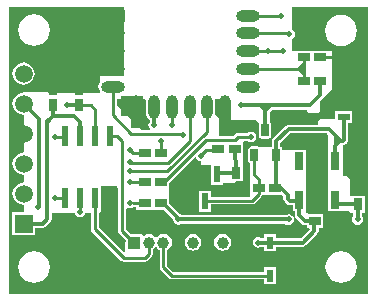
<source format=gtl>
%FSTAX23Y23*%
%MOIN*%
%SFA1B1*%

%IPPOS*%
%AMD16*
4,1,8,0.011600,-0.029800,0.011600,0.029800,0.008700,0.032700,-0.008700,0.032700,-0.011600,0.029800,-0.011600,-0.029800,-0.008700,-0.032700,0.008700,-0.032700,0.011600,-0.029800,0.0*
1,1,0.005800,0.008700,-0.029800*
1,1,0.005800,0.008700,0.029800*
1,1,0.005800,-0.008700,0.029800*
1,1,0.005800,-0.008700,-0.029800*
%
%AMD20*
4,1,8,-0.012000,0.018500,-0.012000,-0.018500,-0.009000,-0.021500,0.009000,-0.021500,0.012000,-0.018500,0.012000,0.018500,0.009000,0.021500,-0.009000,0.021500,-0.012000,0.018500,0.0*
1,1,0.006000,-0.009000,0.018500*
1,1,0.006000,-0.009000,-0.018500*
1,1,0.006000,0.009000,-0.018500*
1,1,0.006000,0.009000,0.018500*
%
%ADD10R,0.041340X0.023620*%
%ADD11R,0.039370X0.031500*%
%ADD12R,0.003940X0.003940*%
%ADD13O,0.078740X0.039370*%
%ADD14C,0.060000*%
%ADD15R,0.026770X0.059060*%
G04~CAMADD=16~8~0.0~0.0~653.5~232.3~29.0~0.0~15~0.0~0.0~0.0~0.0~0~0.0~0.0~0.0~0.0~0~0.0~0.0~0.0~270.0~233.0~654.0*
%ADD16D16*%
%ADD17R,0.031500X0.039370*%
%ADD18O,0.039370X0.078740*%
%ADD19R,0.078740X0.039370*%
G04~CAMADD=20~8~0.0~0.0~429.1~240.2~30.0~0.0~15~0.0~0.0~0.0~0.0~0~0.0~0.0~0.0~0.0~0~0.0~0.0~0.0~90.0~242.0~429.0*
%ADD20D20*%
%ADD21R,0.023620X0.041340*%
%ADD22R,0.023620X0.057090*%
%ADD23C,0.010000*%
%ADD24C,0.011810*%
%ADD25R,0.020000X0.028500*%
%ADD26R,0.015750X0.033470*%
%ADD27R,0.039370X0.109250*%
%ADD28R,0.088580X0.227360*%
%ADD29R,0.056100X0.124920*%
%ADD30R,0.026610X0.067090*%
%ADD31R,0.040350X0.083660*%
%ADD32R,0.049210X0.055120*%
%ADD33R,0.074800X0.043310*%
%ADD34R,0.041690X0.070870*%
%ADD35R,0.075010X0.260280*%
%ADD36C,0.039370*%
%ADD37R,0.039370X0.039370*%
%ADD38C,0.059060*%
%ADD39R,0.059060X0.059060*%
%ADD40C,0.019690*%
%LNsrt-wren-25-22-v101-1*%
%LPD*%
G36*
X00867Y00619D02*
X00842Y00644D01*
X00892*
X00867Y00619*
G37*
G36*
X0121Y00016D02*
X00013D01*
Y00971*
X00396*
Y00811*
Y00746*
X00316*
Y00722*
X00315Y00721*
X00312Y00714*
X00311Y00707*
X00312Y007*
X00315Y00693*
X00316Y00692*
Y00684*
X00312*
X00148*
X00143Y00688*
X00143Y00688*
X00062*
X00052Y00687*
X00043Y00683*
X00035Y00677*
X00029Y00669*
X00025Y0066*
X00024Y0065*
X00025Y00641*
X00029Y00632*
X00035Y00624*
X00043Y00618*
X00052Y00614*
X00062Y00613*
Y00488*
X00052Y00487*
X00043Y00483*
X00035Y00477*
X00029Y00469*
X00025Y0046*
X00024Y0045*
X00025Y00441*
X00029Y00432*
X00035Y00424*
X00043Y00418*
X00052Y00414*
X00062Y00413*
Y00388*
X00052Y00387*
X00043Y00383*
X00035Y00377*
X00029Y00369*
X00025Y0036*
X00024Y0035*
X00025Y00341*
X00029Y00332*
X00035Y00324*
X00043Y00318*
X00052Y00314*
X00062Y00313*
Y00288*
X00024*
Y00213*
X00099*
Y00236*
X00126*
X00132Y00238*
X00136Y00241*
X00151Y00256*
X00154Y0026*
X00155Y00265*
Y00287*
X00232*
X00233Y00282*
X00237Y00276*
X00243Y00272*
X0025Y00271*
X00257Y00272*
X00263Y00276*
X00267Y00282*
X00268Y00287*
X00287*
Y00231*
X00288Y00226*
X00291Y00222*
X00386Y00127*
X0039Y00124*
X00395Y00123*
X00467*
X00472Y00124*
X00476Y00127*
X00488Y00139*
X00491Y00143*
X00492Y00148*
Y00163*
X00493Y00163*
X00498Y00168*
X00501Y00171*
X00506*
X00508Y00168*
X00514Y00163*
X00515Y00163*
Y00104*
X00516Y00099*
X00519Y00095*
X00545Y00068*
X00548Y00066*
X0055Y00065*
X00555Y00064*
X00864*
Y00049*
X00904*
Y00106*
X00864*
Y0009*
X0056*
X00541Y00109*
Y00163*
X00542Y00163*
X00548Y00168*
X00552Y00174*
X00555Y0018*
X00556Y00187*
X00555Y00195*
X00552Y00201*
X00548Y00207*
X00542Y00212*
X00535Y00214*
X00528Y00215*
X00521Y00214*
X00514Y00212*
X00508Y00207*
X00506Y00204*
X00501*
X00498Y00207*
X00493Y00212*
X00486Y00214*
X00479Y00215*
X00472Y00214*
X00465Y00212*
X00462Y00209*
X00457Y00211*
Y00215*
X00421*
X00403Y00233*
Y003*
X00408Y00302*
X00408Y00302*
X00415Y00301*
X00422Y00302*
X00427Y00306*
X00437*
Y00295*
X00529*
X0056Y00264*
X00562Y00257*
X00565Y00251*
X00571Y00248*
X00578Y00246*
X00585Y00248*
X00588Y0025*
X00934*
X00938Y00247*
X00945Y00246*
X00952Y00247*
X00958Y00251*
X00962Y00257*
X00963Y00264*
X00962Y00271*
X00958Y00277*
X00952Y0028*
X00945Y00282*
X00938Y0028*
X00934Y00278*
X0059*
X00585Y00281*
X00582Y00282*
X00548Y00316*
Y00342*
Y00365*
Y00387*
X00632Y00472*
X00637Y00471*
X00637Y0047*
X00641Y00464*
X00647Y0046*
X00652Y00459*
Y00445*
X00685*
Y00445*
Y0038*
X00725*
X00728Y00384*
X00762*
X00762Y00383*
X0077Y00391*
X00794*
Y00393*
Y00446*
X00793Y00447*
Y00475*
Y00522*
X00796Y00526*
X00808*
X00813Y00522*
X0082Y00521*
X00827Y00522*
X00833Y00526*
X00837Y00532*
X00838Y00539*
X00837Y00546*
X00833Y00552*
X00827Y00555*
X0082Y00557*
X00813Y00555*
X00808Y00552*
X00775*
X0077Y00551*
X00768Y0055*
X00766Y00548*
X00761Y00543*
X00713*
Y006*
X00702Y00611*
X007Y00611*
X00701Y00618*
Y00658*
X007Y00665*
X00701Y00666*
X00751*
X00752Y00642*
Y00631*
X00754Y00629*
Y00597*
X00836*
X00848Y00585*
X00847Y00581*
Y00544*
X00848Y0054*
X00851Y00536*
X00854Y00534*
X00858Y00533*
X00877*
X00881Y00534*
X00884Y00536*
X00887Y0054*
X00888Y00544*
Y00581*
X00887Y00585*
X00884Y00589*
X00882Y00591*
Y00621*
X0089Y0063*
X01006*
Y00625*
X01011Y0062*
X01043*
X0105Y00627*
Y00659*
X0106Y00669*
X0109Y00699*
Y00827*
X01023*
Y00827*
X00967*
Y00827*
X00956*
Y00866*
X00961Y0087*
X00965Y00875*
X00966Y00882*
X00965Y00889*
X00961Y00895*
X00956Y00899*
Y00971*
X0121*
Y00016*
G37*
G36*
X00376Y00369D02*
D01*
X00377Y00369*
Y00227*
X00378Y00222*
X00381Y00218*
X00402Y00196*
Y0019*
X00401Y00189*
Y00156*
X00396Y00154*
X00313Y00237*
Y00286*
X0032Y00292*
Y00346*
Y00369*
X00376*
G37*
G36*
X00469Y00662D02*
X00469Y00658D01*
Y00618*
X0047Y00611*
X00472Y00604*
X00477Y00599*
X00482Y00595*
Y00589*
X0048Y00585*
X00478Y00578*
X0048Y00571*
X00483Y00566*
X0048Y00562*
X00456*
X00372Y00646*
Y00666*
X00466*
X00469Y00662*
G37*
G36*
X00998Y00741D02*
X00973Y00766D01*
X00998Y00791*
Y00741*
G37*
%LNsrt-wren-25-22-v101-2*%
%LPC*%
G36*
X00626Y00215D02*
X00619Y00214D01*
X00613Y00212*
X00607Y00207*
X00602Y00201*
X006Y00195*
X00599Y00187*
X006Y0018*
X00602Y00174*
X00607Y00168*
X00613Y00163*
X00619Y00161*
X00626Y0016*
X00634Y00161*
X0064Y00163*
X00646Y00168*
X00651Y00174*
X00653Y0018*
X00654Y00187*
X00653Y00195*
X00651Y00201*
X00646Y00207*
X0064Y00212*
X00634Y00214*
X00626Y00215*
G37*
G36*
X00725D02*
X00718Y00214D01*
X00711Y00212*
X00705Y00207*
X00701Y00201*
X00698Y00195*
X00697Y00187*
X00698Y0018*
X00701Y00174*
X00705Y00168*
X00711Y00163*
X00718Y00161*
X00725Y0016*
X00732Y00161*
X00739Y00163*
X00745Y00168*
X00749Y00174*
X00752Y0018*
X00753Y00187*
X00752Y00195*
X00749Y00201*
X00745Y00207*
X00739Y00212*
X00732Y00214*
X00725Y00215*
G37*
G36*
X00097Y00948D02*
X00083Y00946D01*
X00071Y00941*
X0006Y00932*
X00051Y00922*
X00046Y00909*
X00044Y00895*
X00046Y00882*
X00051Y00869*
X0006Y00858*
X00071Y0085*
X00083Y00844*
X00097Y00842*
X00111Y00844*
X00123Y0085*
X00134Y00858*
X00143Y00869*
X00148Y00882*
X0015Y00895*
X00148Y00909*
X00143Y00922*
X00134Y00932*
X00123Y00941*
X00111Y00946*
X00097Y00948*
G37*
G36*
X00096Y00159D02*
X00082Y00157D01*
X0007Y00151*
X00059Y00143*
X0005Y00132*
X00045Y00119*
X00043Y00106*
X00045Y00092*
X0005Y00079*
X00059Y00069*
X0007Y0006*
X00082Y00055*
X00096Y00053*
X0011Y00055*
X00122Y0006*
X00133Y00069*
X00142Y00079*
X00147Y00092*
X00149Y00106*
X00147Y00119*
X00142Y00132*
X00133Y00143*
X00122Y00151*
X0011Y00157*
X00096Y00159*
G37*
G36*
X01121D02*
X01107Y00157D01*
X01094Y00151*
X01083Y00143*
X01075Y00132*
X0107Y00119*
X01068Y00106*
X0107Y00092*
X01075Y00079*
X01083Y00069*
X01094Y0006*
X01107Y00055*
X01121Y00053*
X01134Y00055*
X01147Y0006*
X01158Y00069*
X01166Y00079*
X01171Y00092*
X01173Y00106*
X01171Y00119*
X01166Y00132*
X01158Y00143*
X01147Y00151*
X01134Y00157*
X01121Y00159*
G37*
G36*
X01158Y00625D02*
X01101D01*
Y006*
X0105*
X0105Y006*
X01043Y00589*
Y00579*
X00945*
X00939Y00578*
X00935Y00575*
X00894Y00534*
X00891Y00529*
X00889Y00524*
Y00507*
X00887Y00505*
X00886Y00504*
X00849*
X00848Y00505*
X00845Y00507*
X0084Y00508*
X00822*
X00818Y00507*
X00815Y00505*
X00812Y00501*
X00811Y00497*
Y0046*
X00812Y00456*
X00815Y00452*
X00818Y0045*
X00817Y00449*
Y00393*
Y00346*
X00818Y00345*
X00815Y0034*
X00687*
Y0036*
X00648*
Y00288*
X00687*
Y00314*
X00824*
X00829Y00315*
X00833Y00318*
X00854Y00339*
X00857Y00344*
X00858Y00346*
X00924*
X00928Y00342*
Y00333*
X00929Y00328*
X00932Y00323*
X00939Y00316*
X00944Y00313*
X00949Y00312*
X0096*
Y00291*
X00967*
Y00278*
X00968Y00273*
X00971Y00268*
X0099Y00249*
X00994Y00246*
X01Y00245*
X01005*
Y00236*
X01013*
X01015Y00231*
X00986Y00202*
X00904*
Y00216*
X00864*
Y00202*
X00854*
X0085Y00204*
X00843Y00206*
X00836Y00204*
X0083Y002*
X00826Y00194*
X00825Y00187*
X00826Y00181*
X0083Y00175*
X00836Y00171*
X00843Y00169*
X0085Y00171*
X00854Y00173*
X00864*
Y00159*
X00904*
Y00173*
X00992*
X00997Y00174*
X01002Y00178*
X01041Y00217*
X01044Y00221*
X01045Y00227*
Y00236*
X0106*
Y00283*
X01012*
X01009Y00287*
X0101Y00288*
X0101Y00291*
Y00307*
X01078*
Y00291*
X01146*
X01151Y00286*
X01161*
Y00275*
X01158Y00271*
X01157Y00264*
X01158Y00257*
X01162Y00251*
X01168Y00247*
X01175Y00246*
X01182Y00247*
X01188Y00251*
X01192Y00257*
X01193Y00264*
X01192Y00271*
X01189Y00275*
Y00286*
X01199*
Y00341*
X01151*
X01149Y00343*
Y00398*
X0114Y00408*
X01125*
Y00511*
X01125Y00512*
X01131Y00513*
X01135Y00516*
X01139Y0052*
X01142Y00524*
X01143Y0053*
Y00586*
X01158*
Y00625*
G37*
G36*
X0112Y00946D02*
X01106Y00945D01*
X01094Y00939*
X01083Y00931*
X01074Y0092*
X01069Y00907*
X01067Y00894*
X01069Y0088*
X01074Y00867*
X01083Y00856*
X01094Y00848*
X01106Y00843*
X0112Y00841*
X01134Y00843*
X01146Y00848*
X01157Y00856*
X01166Y00867*
X01171Y0088*
X01173Y00894*
X01171Y00907*
X01166Y0092*
X01157Y00931*
X01146Y00939*
X01134Y00945*
X0112Y00946*
G37*
G36*
X00062Y00788D02*
X00052Y00787D01*
X00043Y00783*
X00035Y00777*
X00029Y00769*
X00025Y0076*
X00024Y0075*
X00025Y00741*
X00029Y00732*
X00035Y00724*
X00043Y00718*
X00052Y00714*
X00062Y00713*
X00071Y00714*
X0008Y00718*
X00088Y00724*
X00094Y00732*
X00098Y00741*
X00099Y0075*
X00098Y0076*
X00094Y00769*
X00088Y00777*
X0008Y00783*
X00071Y00787*
X00062Y00788*
G37*
G36*
X0064Y00449D02*
X00625D01*
Y00434*
X0064Y00449*
G37*
%LNsrt-wren-25-22-v101-3*%
%LPD*%
G36*
X01053Y00435D02*
X01078D01*
Y00315*
X01002*
Y00435*
X01027*
Y00482*
X01053*
Y00435*
G37*
G36*
X01074Y00443D02*
X01061D01*
Y00482*
X01061Y00485*
X01059Y00488*
X01057Y0049*
X01053Y0049*
X01027*
X01024Y0049*
X01021Y00488*
X01019Y00485*
X01019Y00482*
Y00443*
X01002*
Y00496*
X01002Y00497*
X00924*
Y00504*
X00921*
X0092Y00505*
X00918Y00507*
Y00518*
X00951Y00551*
X01074*
Y00443*
G37*
G54D10*
X01019Y00605D03*
X01129D03*
G54D11*
X00845Y0037D03*
X009D03*
X00765Y00499D03*
X0071D03*
X00995Y00804D03*
X0105D03*
Y00724D03*
X00995D03*
X00465Y00389D03*
X0052D03*
X00465Y00319D03*
X0052D03*
X00465Y00484D03*
X0052D03*
X01032Y00259D03*
X01087D03*
G54D12*
X00811Y00707D03*
Y00943D03*
Y00884D03*
Y00825D03*
Y00766D03*
X00733Y00638D03*
X00674D03*
X00615D03*
X00556D03*
X00496D03*
X00437D03*
X00359Y00707D03*
Y00766D03*
Y00825D03*
Y00884D03*
Y00943D03*
G54D13*
X00811Y00707D03*
Y00766D03*
Y00825D03*
Y00884D03*
Y00943D03*
X00359Y00707D03*
Y00766D03*
Y00825D03*
Y00884D03*
G54D14*
X0104Y00382D03*
G54D15*
X01099Y00459D03*
X0104D03*
X00981D03*
Y00329D03*
X01099D03*
G54D16*
X0035Y00542D03*
X003D03*
X0025D03*
X002D03*
Y00335D03*
X0025D03*
X003D03*
X0035D03*
G54D17*
X00245Y00699D03*
Y00644D03*
X01175Y00369D03*
Y00314D03*
X0016Y00699D03*
Y00644D03*
X0077Y00419D03*
Y00364D03*
G54D18*
X00733Y00638D03*
X00674D03*
X00615D03*
X00556D03*
X00496D03*
X00437D03*
G54D19*
X00359Y00943D03*
G54D20*
X00867Y00563D03*
X00904Y00478D03*
X00831D03*
G54D21*
X00884Y00077D03*
Y00187D03*
G54D22*
X00668Y00324D03*
X0063Y00417D03*
X00705D03*
G54D23*
X00671Y0053D02*
X00766D01*
X00775Y00539*
X0082*
X0073Y00559D02*
X00733Y00561D01*
X00531Y00389D02*
X00671Y0053D01*
X008Y00364D02*
Y00378D01*
X00674Y00557D02*
Y00638D01*
X0054Y00424D02*
X00674Y00557D01*
X00415Y00424D02*
X0054D01*
X00416Y00453D02*
X00544D01*
X00615Y00524*
Y00637*
X0052Y00389D02*
X00531D01*
X00556Y00578D02*
Y00638D01*
X00421Y00549D02*
X00591D01*
X00359Y00611D02*
X00421Y00549D01*
X00359Y00611D02*
Y00707D01*
X00415Y00496D02*
X00428Y00484D01*
X00465*
X00615Y00638D02*
X00615Y00637D01*
X00638Y0042D02*
X00642Y00424D01*
X00665*
X01175Y00384D02*
Y00439D01*
X0042Y00389D02*
X00465D01*
X00425Y00319D02*
X00465D01*
X00372Y00542D02*
X0039Y00524D01*
X0035Y00542D02*
X00372D01*
X00415Y00454D02*
X00416Y00453D01*
X0025Y00289D02*
Y00335D01*
X00245Y00699D02*
Y00744D01*
X0016Y00699D02*
Y00744D01*
X0073Y00559D02*
Y00635D01*
X00356Y00764D02*
X00359Y00766D01*
X0028Y00764D02*
X00356D01*
X00357Y00824D02*
X00359Y00825D01*
X0028Y00824D02*
X00357D01*
X00358Y00884D02*
X00359Y00884D01*
X0028Y00884D02*
X00358D01*
X00437Y00638D02*
X0044Y00635D01*
X00993Y00766D02*
X00995Y00764D01*
Y00804*
Y00724D02*
Y00764D01*
X00811Y00766D02*
X00993D01*
X002Y00335D02*
X00202Y00337D01*
X0052Y00484D02*
Y00524D01*
X00675Y00327D02*
X00824D01*
X00845Y00349*
Y0037*
X00831Y00412D02*
Y00478D01*
Y00412D02*
X00845Y00399D01*
Y0037D02*
Y00399D01*
X00995Y00524D02*
X0104D01*
X00245Y00644D02*
X00285D01*
X003Y00629*
Y00542D02*
Y00629D01*
X00165Y00539D02*
Y00544D01*
Y00539D02*
X00197D01*
X00165Y00334D02*
X00198D01*
X0077Y00364D02*
X008D01*
X0035Y00269D02*
Y00335D01*
X0095Y00605D02*
X00951Y00604D01*
X00669Y00494D02*
X007D01*
X00654Y00479D02*
X00669Y00494D01*
X00654Y00477D02*
Y00479D01*
X00812Y00824D02*
X00925D01*
X00811Y00825D02*
X00812Y00824D01*
X00947Y00884D02*
X00948Y00882D01*
X00811Y00884D02*
X00947D01*
X00811Y00943D02*
X0092D01*
X00921Y00942*
X0039Y00227D02*
X0043Y00187D01*
X0039Y00227D02*
Y00524D01*
X003Y00231D02*
X00395Y00136D01*
X00467*
X00479Y00148*
Y00187*
X003Y00231D02*
Y00335D01*
X00528Y00104D02*
Y00187D01*
X00555Y00077D02*
X00884D01*
X00528Y00104D02*
X00555Y00077D01*
X01101Y00804D02*
X01102Y00803D01*
X0105Y00804D02*
X01101D01*
X00437Y00638D02*
X00443Y00632D01*
Y00597D02*
X00444Y00596D01*
X00443Y00597D02*
Y00632D01*
G54D24*
X01099Y00444D02*
Y00509D01*
X01116Y00526D02*
X01119D01*
X0025Y00542D02*
Y00589D01*
X0023Y00609D02*
X0025Y00589D01*
X0016Y00609D02*
X0023D01*
X00945Y00565D02*
X0108D01*
X00904Y00524D02*
X00945Y00565D01*
X00904Y00478D02*
Y00524D01*
X00496Y00578D02*
Y00638D01*
X00496Y00638*
X0105Y00679D02*
Y00724D01*
X0058Y00264D02*
X00945D01*
X00904Y00373D02*
Y00478D01*
X009Y0037D02*
X00904Y00373D01*
X0052Y00319D02*
X00525D01*
X01175Y00264D02*
Y00304D01*
X01099Y00314D02*
X01175D01*
X01099Y00314D02*
X01099Y00314D01*
X00765Y00464D02*
Y00499D01*
Y00464D02*
X0077Y00459D01*
Y00429D02*
Y00459D01*
X01015Y00644D02*
X0105Y00679D01*
X00712Y0042D02*
X00769D01*
X00205Y00644D02*
X00245D01*
X00785D02*
X00867D01*
X01015*
X00867Y00563D02*
Y00644D01*
X0016Y00609D02*
Y00644D01*
X00992Y00187D02*
X01031Y00227D01*
X00884Y00187D02*
X00992D01*
X01031Y00258D02*
X01032Y00259D01*
X01031Y00227D02*
Y00258D01*
X0092Y0037D02*
X00942Y00347D01*
Y00333D02*
X00949Y00326D01*
X00978*
X00942Y00333D02*
Y00347D01*
X00978Y00326D02*
X00981Y00329D01*
X009Y0037D02*
X0092D01*
X00981Y00278D02*
Y00329D01*
X01Y00259D02*
X01032D01*
X00981Y00278D02*
X01Y00259D01*
X01087D02*
X01088Y0026D01*
X01074Y00285D02*
X01081D01*
X01088Y00279*
Y0026D02*
Y00279D01*
X0104Y00319D02*
X01074Y00285D01*
X0104Y00319D02*
Y00382D01*
Y00394*
X00142Y00591D02*
X0016Y00609D01*
X00062Y0065D02*
X00113Y00599D01*
X00525Y00319D02*
X0058Y00264D01*
X00126Y0025D02*
X00141Y00265D01*
Y00585*
X00062Y0025D02*
X00126D01*
X00111Y00305D02*
X00113Y00307D01*
Y00599*
X00884Y00187D02*
X00884Y00187D01*
X00843Y00187D02*
X00884D01*
X01105Y0054D02*
X01119Y00526D01*
X0108Y00565D02*
X01105Y0054D01*
X01099Y00509D02*
X01105Y00515D01*
X01116Y00526*
X01119D02*
X01125D01*
X01129Y0053*
Y00605*
G54D25*
X00632Y00438D03*
G54D26*
X01102Y00528D03*
G54D27*
X00441Y00623D03*
G54D28*
X00353Y00857D03*
G54D29*
X00348Y00314D03*
G54D30*
X0104Y00501D03*
G54D31*
X00733Y00588D03*
G54D32*
X01174Y00442D03*
G54D33*
X00775Y00362D03*
G54D34*
X00405Y00642D03*
G54D35*
X0104Y00416D03*
G54D36*
X00774Y00187D03*
X00676D03*
X00725D03*
X00577D03*
X00626D03*
X00479D03*
X00528D03*
G54D37*
X0043Y00187D03*
G54D38*
X00062Y0075D03*
Y0065D03*
Y0055D03*
Y0045D03*
Y0035D03*
G54D39*
X00062Y0025D03*
G54D40*
X00496Y00578D03*
X00556D03*
X00415Y00496D03*
X00144Y00592D03*
X00593Y00547D03*
X00945Y00264D03*
X01175Y00439D03*
X00415Y00389D03*
Y00319D03*
Y00454D03*
Y00424D03*
X0025Y00289D03*
X00205Y00644D03*
X00245Y00744D03*
X0028Y00764D03*
Y00824D03*
Y00884D03*
X0016Y00744D03*
X0052Y00524D03*
X0073Y00559D03*
X00665Y00424D03*
X0082Y00539D03*
X01175Y00264D03*
X00995Y00524D03*
X008Y00364D03*
X00785Y00644D03*
X00165Y00334D03*
Y00539D03*
X0035Y00269D03*
X0095Y00605D03*
X00654Y00477D03*
X00578Y00264D03*
X00925Y00824D03*
X00948Y00882D03*
X00921Y00942D03*
X00875Y00824D03*
X00111Y00305D03*
X00843Y00187D03*
X01102Y00803D03*
X0104Y00393D03*
X00444Y00596D03*
M02*
</source>
